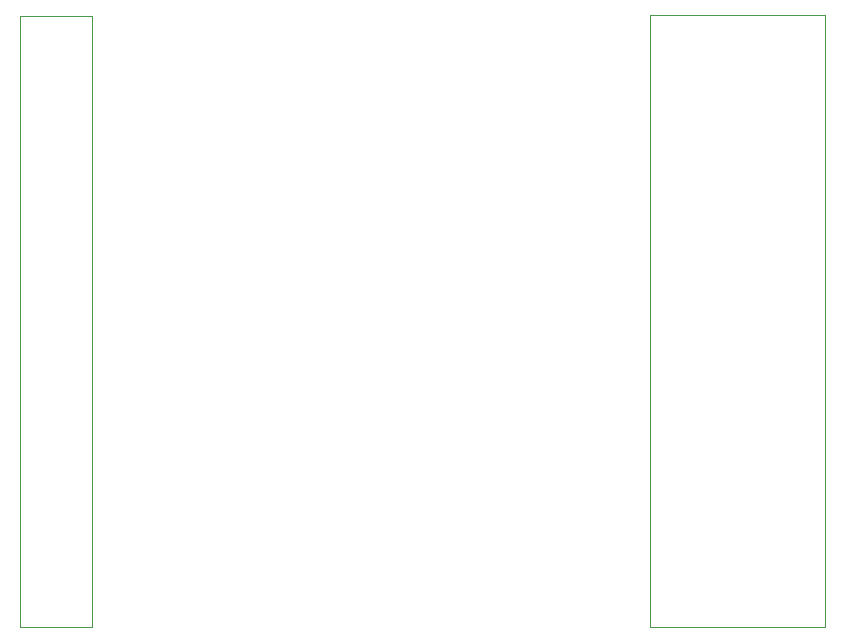
<source format=gbr>
%TF.GenerationSoftware,KiCad,Pcbnew,(5.1.10)-1*%
%TF.CreationDate,2022-02-03T10:32:43+01:00*%
%TF.ProjectId,IDE-Adapter,4944452d-4164-4617-9074-65722e6b6963,rev?*%
%TF.SameCoordinates,Original*%
%TF.FileFunction,Other,User*%
%FSLAX46Y46*%
G04 Gerber Fmt 4.6, Leading zero omitted, Abs format (unit mm)*
G04 Created by KiCad (PCBNEW (5.1.10)-1) date 2022-02-03 10:32:43*
%MOMM*%
%LPD*%
G01*
G04 APERTURE LIST*
%ADD10C,0.050000*%
G04 APERTURE END LIST*
D10*
%TO.C,J1*%
X97050000Y-123720000D02*
X90950000Y-123720000D01*
X90950000Y-123720000D02*
X90950000Y-71920000D01*
X90950000Y-71920000D02*
X97050000Y-71920000D01*
X97050000Y-71920000D02*
X97050000Y-123720000D01*
%TO.C,J2*%
X144250000Y-123670000D02*
X159100000Y-123670000D01*
X159100000Y-123670000D02*
X159100000Y-71870000D01*
X159100000Y-71870000D02*
X144250000Y-71870000D01*
X144250000Y-71870000D02*
X144250000Y-123670000D01*
%TD*%
M02*

</source>
